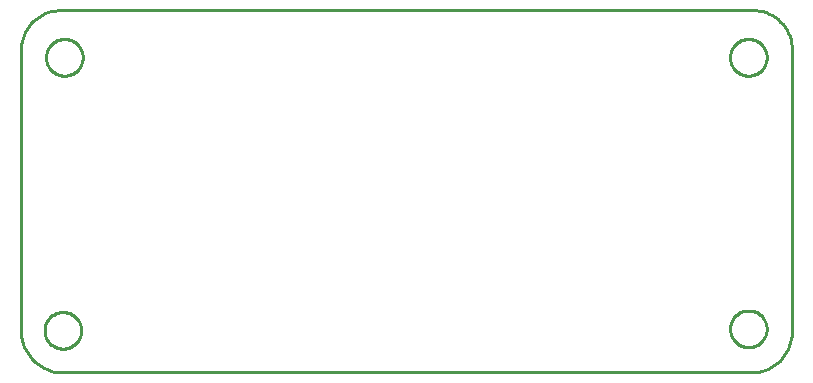
<source format=gbr>
G04 EAGLE Gerber RS-274X export*
G75*
%MOMM*%
%FSLAX34Y34*%
%LPD*%
%IN*%
%IPPOS*%
%AMOC8*
5,1,8,0,0,1.08239X$1,22.5*%
G01*
%ADD10C,0.254000*%


D10*
X506730Y378236D02*
X506730Y378236D01*
X506777Y375130D01*
X507095Y372040D01*
X507680Y368990D01*
X508529Y366002D01*
X509636Y363100D01*
X510991Y360305D01*
X512584Y357638D01*
X514404Y355121D01*
X516437Y352772D01*
X518666Y350609D01*
X521075Y348649D01*
X523646Y346906D01*
X526360Y345394D01*
X529194Y344124D01*
X532129Y343106D01*
X535141Y342347D01*
X538208Y341854D01*
X541306Y341630D01*
X1125032Y341630D01*
X1127978Y341757D01*
X1130948Y342144D01*
X1133872Y342788D01*
X1136729Y343685D01*
X1139496Y344827D01*
X1142154Y346206D01*
X1144682Y347812D01*
X1147060Y349631D01*
X1149270Y351651D01*
X1151296Y353856D01*
X1153122Y356229D01*
X1154734Y358753D01*
X1156120Y361407D01*
X1157269Y364172D01*
X1158174Y367026D01*
X1158825Y369949D01*
X1159220Y372917D01*
X1159355Y375908D01*
X1159666Y614518D01*
X1159666Y614575D01*
X1159536Y617528D01*
X1159149Y620459D01*
X1158509Y623345D01*
X1157619Y626163D01*
X1156487Y628894D01*
X1155122Y631515D01*
X1153533Y634008D01*
X1151733Y636352D01*
X1149735Y638531D01*
X1147555Y640528D01*
X1145209Y642326D01*
X1142716Y643914D01*
X1140094Y645278D01*
X1137363Y646408D01*
X1134543Y647296D01*
X1131657Y647935D01*
X1128727Y648320D01*
X1125773Y648448D01*
X539931Y648222D01*
X538221Y648177D01*
X535335Y647902D01*
X532485Y647375D01*
X529691Y646603D01*
X526975Y645589D01*
X524358Y644343D01*
X521860Y642874D01*
X519499Y641192D01*
X517293Y639311D01*
X515260Y637245D01*
X513415Y635010D01*
X511772Y632622D01*
X510343Y630101D01*
X509139Y627464D01*
X508169Y624732D01*
X507442Y621926D01*
X506961Y619068D01*
X506732Y616178D01*
X506730Y378236D01*
X559054Y607777D02*
X558975Y606673D01*
X558818Y605577D01*
X558582Y604496D01*
X558270Y603434D01*
X557884Y602397D01*
X557424Y601390D01*
X556894Y600419D01*
X556295Y599488D01*
X555632Y598602D01*
X554907Y597765D01*
X554125Y596983D01*
X553288Y596258D01*
X552402Y595595D01*
X551471Y594996D01*
X550500Y594466D01*
X549493Y594006D01*
X548456Y593620D01*
X547394Y593308D01*
X546313Y593072D01*
X545217Y592915D01*
X544113Y592836D01*
X543007Y592836D01*
X541903Y592915D01*
X540807Y593072D01*
X539726Y593308D01*
X538664Y593620D01*
X537627Y594006D01*
X536620Y594466D01*
X535649Y594996D01*
X534718Y595595D01*
X533832Y596258D01*
X532995Y596983D01*
X532213Y597765D01*
X531488Y598602D01*
X530825Y599488D01*
X530226Y600419D01*
X529696Y601390D01*
X529236Y602397D01*
X528850Y603434D01*
X528538Y604496D01*
X528302Y605577D01*
X528145Y606673D01*
X528066Y607777D01*
X528066Y608883D01*
X528145Y609987D01*
X528302Y611083D01*
X528538Y612164D01*
X528850Y613226D01*
X529236Y614263D01*
X529696Y615270D01*
X530226Y616241D01*
X530825Y617172D01*
X531488Y618058D01*
X532213Y618895D01*
X532995Y619677D01*
X533832Y620402D01*
X534718Y621065D01*
X535649Y621664D01*
X536620Y622194D01*
X537627Y622654D01*
X538664Y623040D01*
X539726Y623352D01*
X540807Y623588D01*
X541903Y623745D01*
X543007Y623824D01*
X544113Y623824D01*
X545217Y623745D01*
X546313Y623588D01*
X547394Y623352D01*
X548456Y623040D01*
X549493Y622654D01*
X550500Y622194D01*
X551471Y621664D01*
X552402Y621065D01*
X553288Y620402D01*
X554125Y619677D01*
X554907Y618895D01*
X555632Y618058D01*
X556295Y617172D01*
X556894Y616241D01*
X557424Y615270D01*
X557884Y614263D01*
X558270Y613226D01*
X558582Y612164D01*
X558818Y611083D01*
X558975Y609987D01*
X559054Y608883D01*
X559054Y607777D01*
X557784Y376637D02*
X557705Y375533D01*
X557548Y374437D01*
X557312Y373356D01*
X557000Y372294D01*
X556614Y371257D01*
X556154Y370250D01*
X555624Y369279D01*
X555025Y368348D01*
X554362Y367462D01*
X553637Y366625D01*
X552855Y365843D01*
X552018Y365118D01*
X551132Y364455D01*
X550201Y363856D01*
X549230Y363326D01*
X548223Y362866D01*
X547186Y362480D01*
X546124Y362168D01*
X545043Y361932D01*
X543947Y361775D01*
X542843Y361696D01*
X541737Y361696D01*
X540633Y361775D01*
X539537Y361932D01*
X538456Y362168D01*
X537394Y362480D01*
X536357Y362866D01*
X535350Y363326D01*
X534379Y363856D01*
X533448Y364455D01*
X532562Y365118D01*
X531725Y365843D01*
X530943Y366625D01*
X530218Y367462D01*
X529555Y368348D01*
X528956Y369279D01*
X528426Y370250D01*
X527966Y371257D01*
X527580Y372294D01*
X527268Y373356D01*
X527032Y374437D01*
X526875Y375533D01*
X526796Y376637D01*
X526796Y377743D01*
X526875Y378847D01*
X527032Y379943D01*
X527268Y381024D01*
X527580Y382086D01*
X527966Y383123D01*
X528426Y384130D01*
X528956Y385101D01*
X529555Y386032D01*
X530218Y386918D01*
X530943Y387755D01*
X531725Y388537D01*
X532562Y389262D01*
X533448Y389925D01*
X534379Y390524D01*
X535350Y391054D01*
X536357Y391514D01*
X537394Y391900D01*
X538456Y392212D01*
X539537Y392448D01*
X540633Y392605D01*
X541737Y392684D01*
X542843Y392684D01*
X543947Y392605D01*
X545043Y392448D01*
X546124Y392212D01*
X547186Y391900D01*
X548223Y391514D01*
X549230Y391054D01*
X550201Y390524D01*
X551132Y389925D01*
X552018Y389262D01*
X552855Y388537D01*
X553637Y387755D01*
X554362Y386918D01*
X555025Y386032D01*
X555624Y385101D01*
X556154Y384130D01*
X556614Y383123D01*
X557000Y382086D01*
X557312Y381024D01*
X557548Y379943D01*
X557705Y378847D01*
X557784Y377743D01*
X557784Y376637D01*
X1138174Y607777D02*
X1138095Y606673D01*
X1137938Y605577D01*
X1137702Y604496D01*
X1137390Y603434D01*
X1137004Y602397D01*
X1136544Y601390D01*
X1136014Y600419D01*
X1135415Y599488D01*
X1134752Y598602D01*
X1134027Y597765D01*
X1133245Y596983D01*
X1132408Y596258D01*
X1131522Y595595D01*
X1130591Y594996D01*
X1129620Y594466D01*
X1128613Y594006D01*
X1127576Y593620D01*
X1126514Y593308D01*
X1125433Y593072D01*
X1124337Y592915D01*
X1123233Y592836D01*
X1122127Y592836D01*
X1121023Y592915D01*
X1119927Y593072D01*
X1118846Y593308D01*
X1117784Y593620D01*
X1116747Y594006D01*
X1115740Y594466D01*
X1114769Y594996D01*
X1113838Y595595D01*
X1112952Y596258D01*
X1112115Y596983D01*
X1111333Y597765D01*
X1110608Y598602D01*
X1109945Y599488D01*
X1109346Y600419D01*
X1108816Y601390D01*
X1108356Y602397D01*
X1107970Y603434D01*
X1107658Y604496D01*
X1107422Y605577D01*
X1107265Y606673D01*
X1107186Y607777D01*
X1107186Y608883D01*
X1107265Y609987D01*
X1107422Y611083D01*
X1107658Y612164D01*
X1107970Y613226D01*
X1108356Y614263D01*
X1108816Y615270D01*
X1109346Y616241D01*
X1109945Y617172D01*
X1110608Y618058D01*
X1111333Y618895D01*
X1112115Y619677D01*
X1112952Y620402D01*
X1113838Y621065D01*
X1114769Y621664D01*
X1115740Y622194D01*
X1116747Y622654D01*
X1117784Y623040D01*
X1118846Y623352D01*
X1119927Y623588D01*
X1121023Y623745D01*
X1122127Y623824D01*
X1123233Y623824D01*
X1124337Y623745D01*
X1125433Y623588D01*
X1126514Y623352D01*
X1127576Y623040D01*
X1128613Y622654D01*
X1129620Y622194D01*
X1130591Y621664D01*
X1131522Y621065D01*
X1132408Y620402D01*
X1133245Y619677D01*
X1134027Y618895D01*
X1134752Y618058D01*
X1135415Y617172D01*
X1136014Y616241D01*
X1136544Y615270D01*
X1137004Y614263D01*
X1137390Y613226D01*
X1137702Y612164D01*
X1137938Y611083D01*
X1138095Y609987D01*
X1138174Y608883D01*
X1138174Y607777D01*
X1138174Y377907D02*
X1138095Y376803D01*
X1137938Y375707D01*
X1137702Y374626D01*
X1137390Y373564D01*
X1137004Y372527D01*
X1136544Y371520D01*
X1136014Y370549D01*
X1135415Y369618D01*
X1134752Y368732D01*
X1134027Y367895D01*
X1133245Y367113D01*
X1132408Y366388D01*
X1131522Y365725D01*
X1130591Y365126D01*
X1129620Y364596D01*
X1128613Y364136D01*
X1127576Y363750D01*
X1126514Y363438D01*
X1125433Y363202D01*
X1124337Y363045D01*
X1123233Y362966D01*
X1122127Y362966D01*
X1121023Y363045D01*
X1119927Y363202D01*
X1118846Y363438D01*
X1117784Y363750D01*
X1116747Y364136D01*
X1115740Y364596D01*
X1114769Y365126D01*
X1113838Y365725D01*
X1112952Y366388D01*
X1112115Y367113D01*
X1111333Y367895D01*
X1110608Y368732D01*
X1109945Y369618D01*
X1109346Y370549D01*
X1108816Y371520D01*
X1108356Y372527D01*
X1107970Y373564D01*
X1107658Y374626D01*
X1107422Y375707D01*
X1107265Y376803D01*
X1107186Y377907D01*
X1107186Y379013D01*
X1107265Y380117D01*
X1107422Y381213D01*
X1107658Y382294D01*
X1107970Y383356D01*
X1108356Y384393D01*
X1108816Y385400D01*
X1109346Y386371D01*
X1109945Y387302D01*
X1110608Y388188D01*
X1111333Y389025D01*
X1112115Y389807D01*
X1112952Y390532D01*
X1113838Y391195D01*
X1114769Y391794D01*
X1115740Y392324D01*
X1116747Y392784D01*
X1117784Y393170D01*
X1118846Y393482D01*
X1119927Y393718D01*
X1121023Y393875D01*
X1122127Y393954D01*
X1123233Y393954D01*
X1124337Y393875D01*
X1125433Y393718D01*
X1126514Y393482D01*
X1127576Y393170D01*
X1128613Y392784D01*
X1129620Y392324D01*
X1130591Y391794D01*
X1131522Y391195D01*
X1132408Y390532D01*
X1133245Y389807D01*
X1134027Y389025D01*
X1134752Y388188D01*
X1135415Y387302D01*
X1136014Y386371D01*
X1136544Y385400D01*
X1137004Y384393D01*
X1137390Y383356D01*
X1137702Y382294D01*
X1137938Y381213D01*
X1138095Y380117D01*
X1138174Y379013D01*
X1138174Y377907D01*
M02*

</source>
